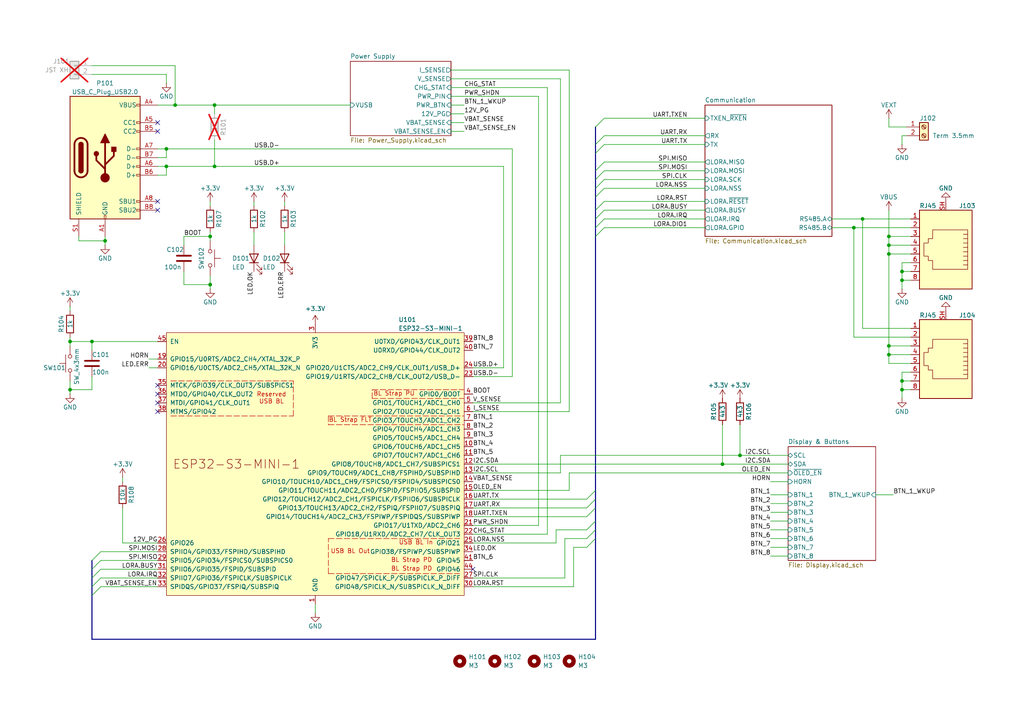
<source format=kicad_sch>
(kicad_sch (version 20231120) (generator "eeschema") (generator_version "8.0")
  (paper "A4")
  (title_block (title "Open Shot Clock - Controller") (date "2025-04-11") (rev "01") (company "Ravenspark") (comment 1 "Prototype"))
  (lib_symbols
    (symbol "Connector:RJ45_Shielded" (pin_names (offset 1.016))
      (property "Reference" "J" (at -5.08 13.97 0))
      (property "Value" "RJ45_Shielded" (at 2.54 13.97 0))
      (symbol "RJ45_Shielded_0_1"
        (polyline (pts (xy -5.08 4.445) (xy -6.35 4.445)))
        (polyline (pts (xy -5.08 5.715) (xy -6.35 5.715)))
        (polyline (pts (xy -6.35 -3.175) (xy -5.08 -3.175) (xy -5.08 -3.175)))
        (polyline (pts (xy -6.35 -1.905) (xy -5.08 -1.905) (xy -5.08 -1.905)))
        (polyline (pts (xy -6.35 -0.635) (xy -5.08 -0.635) (xy -5.08 -0.635)))
        (polyline (pts (xy -6.35 0.635) (xy -5.08 0.635) (xy -5.08 0.635)))
        (polyline (pts (xy -6.35 1.905) (xy -5.08 1.905) (xy -5.08 1.905)))
        (polyline (pts (xy -5.08 3.175) (xy -6.35 3.175) (xy -6.35 3.175)))
        (polyline (pts (xy -6.35 -4.445) (xy -6.35 6.985) (xy 3.81 6.985) (xy 3.81 4.445) (xy 5.08 4.445) (xy 5.08 3.175) (xy 6.35 3.175) (xy 6.35 -0.635) (xy 5.08 -0.635) (xy 5.08 -1.905) (xy 3.81 -1.905) (xy 3.81 -4.445) (xy -6.35 -4.445) (xy -6.35 -4.445)))
        (rectangle (start 7.62 12.7) (end -7.62 -10.16) (stroke (width 0.254)) (fill (type background)))
      )
      (symbol "RJ45_Shielded_1_1"
        (pin passive line (at 10.16 -7.62 180) (length 2.54) (name "~") (number "1"))
        (pin passive line (at 10.16 -5.08 180) (length 2.54) (name "~") (number "2"))
        (pin passive line (at 10.16 -2.54 180) (length 2.54) (name "~") (number "3"))
        (pin passive line (at 10.16 0 180) (length 2.54) (name "~") (number "4"))
        (pin passive line (at 10.16 2.54 180) (length 2.54) (name "~") (number "5"))
        (pin passive line (at 10.16 5.08 180) (length 2.54) (name "~") (number "6"))
        (pin passive line (at 10.16 7.62 180) (length 2.54) (name "~") (number "7"))
        (pin passive line (at 10.16 10.16 180) (length 2.54) (name "~") (number "8"))
        (pin passive line (at 0 -12.7 90) (length 2.54) (name "~") (number "SH"))
      )
    )
    (symbol "Connector:Screw_Terminal_01x02" (pin_names (offset 1.016) hide)
      (property "Reference" "J" (at 0 2.54 0))
      (property "Value" "Screw_Terminal_01x02" (at 0 -5.08 0))
      (symbol "Screw_Terminal_01x02_1_1"
        (rectangle (start -1.27 1.27) (end 1.27 -3.81) (stroke (width 0.254)) (fill (type background)))
        (circle (center 0 -2.54) (radius 0.635) (stroke (width 0.1524)))
        (polyline (pts (xy -0.5334 -2.2098) (xy 0.3302 -3.048)) (stroke (width 0.1524)))
        (polyline (pts (xy -0.5334 0.3302) (xy 0.3302 -0.508)) (stroke (width 0.1524)))
        (polyline (pts (xy -0.3556 -2.032) (xy 0.508 -2.8702)) (stroke (width 0.1524)))
        (polyline (pts (xy -0.3556 0.508) (xy 0.508 -0.3302)) (stroke (width 0.1524)))
        (circle (center 0 0) (radius 0.635) (stroke (width 0.1524)))
        (pin passive line (at -5.08 0 0) (length 3.81) (name "Pin_1") (number "1"))
        (pin passive line (at -5.08 -2.54 0) (length 3.81) (name "Pin_2") (number "2"))
      )
    )
    (symbol "Connector:USB_C_Receptacle_USB2.0_16P" (pin_names (offset 1.016))
      (property "Reference" "J" (at 0 22.225 0))
      (property "Value" "USB_C_Receptacle_USB2.0_16P" (at 0 19.685 0))
      (symbol "USB_C_Receptacle_USB2.0_16P_0_0"
        (rectangle (start -0.254 -17.78) (end 0.254 -16.764))
        (rectangle (start 10.16 -14.986) (end 9.144 -15.494))
        (rectangle (start 10.16 -12.446) (end 9.144 -12.954))
        (rectangle (start 10.16 -4.826) (end 9.144 -5.334))
        (rectangle (start 10.16 -2.286) (end 9.144 -2.794))
        (rectangle (start 10.16 0.254) (end 9.144 -0.254))
        (rectangle (start 10.16 2.794) (end 9.144 2.286))
        (rectangle (start 10.16 7.874) (end 9.144 7.366))
        (rectangle (start 10.16 10.414) (end 9.144 9.906))
        (rectangle (start 10.16 15.494) (end 9.144 14.986))
      )
      (symbol "USB_C_Receptacle_USB2.0_16P_0_1"
        (rectangle (start -10.16 17.78) (end 10.16 -17.78) (stroke (width 0.254)) (fill (type background)))
        (arc (start -8.89 -3.81) (mid -6.985 -5.7067) (end -5.08 -3.81) (stroke (width 0.508)))
        (arc (start -7.62 -3.81) (mid -6.985 -4.4423) (end -6.35 -3.81) (stroke (width 0.254)))
        (arc (start -7.62 -3.81) (mid -6.985 -4.4423) (end -6.35 -3.81) (stroke (width 0.254)) (fill (type outline)))
        (rectangle (start -7.62 -3.81) (end -6.35 3.81) (stroke (width 0.254)) (fill (type outline)))
        (arc (start -6.35 3.81) (mid -6.985 4.4423) (end -7.62 3.81) (stroke (width 0.254)))
        (arc (start -6.35 3.81) (mid -6.985 4.4423) (end -7.62 3.81) (stroke (width 0.254)) (fill (type outline)))
        (arc (start -5.08 3.81) (mid -6.985 5.7067) (end -8.89 3.81) (stroke (width 0.508)))
        (circle (center -2.54 1.143) (radius 0.635) (stroke (width 0.254)) (fill (type outline)))
        (circle (center 0 -5.842) (radius 1.27) (fill (type outline)))
        (polyline (pts (xy -8.89 -3.81) (xy -8.89 3.81)) (stroke (width 0.508)))
        (polyline (pts (xy -5.08 3.81) (xy -5.08 -3.81)) (stroke (width 0.508)))
        (polyline (pts (xy 0 -5.842) (xy 0 4.318)) (stroke (width 0.508)))
        (polyline (pts (xy 0 -3.302) (xy -2.54 -0.762) (xy -2.54 0.508)) (stroke (width 0.508)))
        (polyline (pts (xy 0 -2.032) (xy 2.54 0.508) (xy 2.54 1.778)) (stroke (width 0.508)))
        (polyline (pts (xy -1.27 4.318) (xy 0 6.858) (xy 1.27 4.318) (xy -1.27 4.318)) (stroke (width 0.254)) (fill (type outline)))
        (rectangle (start 1.905 1.778) (end 3.175 3.048) (stroke (width 0.254)) (fill (type outline)))
      )
      (symbol "USB_C_Receptacle_USB2.0_16P_1_1"
        (pin passive line (at 0 -22.86 90) (length 5.08) (name "GND") (number "A1"))
        (pin passive line (at 0 -22.86 90) (length 5.08) hide (name "GND") (number "A12"))
        (pin passive line (at 15.24 15.24 180) (length 5.08) (name "VBUS") (number "A4"))
        (pin bidirectional line (at 15.24 10.16 180) (length 5.08) (name "CC1") (number "A5"))
        (pin bidirectional line (at 15.24 -2.54 180) (length 5.08) (name "D+") (number "A6"))
        (pin bidirectional line (at 15.24 2.54 180) (length 5.08) (name "D-") (number "A7"))
        (pin bidirectional line (at 15.24 -12.7 180) (length 5.08) (name "SBU1") (number "A8"))
        (pin passive line (at 15.24 15.24 180) (length 5.08) hide (name "VBUS") (number "A9"))
        (pin passive line (at 0 -22.86 90) (length 5.08) hide (name "GND") (number "B1"))
        (pin passive line (at 0 -22.86 90) (length 5.08) hide (name "GND") (number "B12"))
        (pin passive line (at 15.24 15.24 180) (length 5.08) hide (name "VBUS") (number "B4"))
        (pin bidirectional line (at 15.24 7.62 180) (length 5.08) (name "CC2") (number "B5"))
        (pin bidirectional line (at 15.24 -5.08 180) (length 5.08) (name "D+") (number "B6"))
        (pin bidirectional line (at 15.24 0 180) (length 5.08) (name "D-") (number "B7"))
        (pin bidirectional line (at 15.24 -15.24 180) (length 5.08) (name "SBU2") (number "B8"))
        (pin passive line (at 15.24 15.24 180) (length 5.08) hide (name "VBUS") (number "B9"))
        (pin passive line (at -7.62 -22.86 90) (length 5.08) (name "SHIELD") (number "S1"))
      )
    )
    (symbol "Connector_Generic:Conn_01x02" (pin_names (offset 1.016) hide)
      (property "Reference" "J" (at 0 2.54 0))
      (property "Value" "Conn_01x02" (at 0 -5.08 0))
      (symbol "Conn_01x02_1_1"
        (rectangle (start -1.27 -2.413) (end 0 -2.667) (stroke (width 0.1524)))
        (rectangle (start -1.27 0.127) (end 0 -0.127) (stroke (width 0.1524)))
        (rectangle (start -1.27 1.27) (end 1.27 -3.81) (stroke (width 0.254)) (fill (type background)))
        (pin passive line (at -5.08 0 0) (length 3.81) (name "Pin_1") (number "1"))
        (pin passive line (at -5.08 -2.54 0) (length 3.81) (name "Pin_2") (number "2"))
      )
    )
    (symbol "Device:C" (pin_numbers hide) (pin_names (offset 0.254))
      (property "Reference" "C" (at 0.635 2.54 0))
      (property "Value" "C" (at 0.635 -2.54 0))
      (symbol "C_0_1"
        (polyline (pts (xy -2.032 -0.762) (xy 2.032 -0.762)) (stroke (width 0.508)))
        (polyline (pts (xy -2.032 0.762) (xy 2.032 0.762)) (stroke (width 0.508)))
      )
      (symbol "C_1_1"
        (pin passive line (at 0 3.81 270) (length 2.794) (name "~") (number "1"))
        (pin passive line (at 0 -3.81 90) (length 2.794) (name "~") (number "2"))
      )
    )
    (symbol "Device:LED" (pin_numbers hide) (pin_names (offset 1.016) hide)
      (property "Reference" "D" (at 0 2.54 0))
      (property "Value" "LED" (at 0 -2.54 0))
      (symbol "LED_0_1"
        (polyline (pts (xy -1.27 -1.27) (xy -1.27 1.27)) (stroke (width 0.254)))
        (polyline (pts (xy -1.27 0) (xy 1.27 0)))
        (polyline (pts (xy 1.27 -1.27) (xy 1.27 1.27) (xy -1.27 0) (xy 1.27 -1.27)) (stroke (width 0.254)))
        (polyline (pts (xy -3.048 -0.762) (xy -4.572 -2.286) (xy -3.81 -2.286) (xy -4.572 -2.286) (xy -4.572 -1.524)))
        (polyline (pts (xy -1.778 -0.762) (xy -3.302 -2.286) (xy -2.54 -2.286) (xy -3.302 -2.286) (xy -3.302 -1.524)))
      )
      (symbol "LED_1_1"
        (pin passive line (at -3.81 0 0) (length 2.54) (name "K") (number "1"))
        (pin passive line (at 3.81 0 180) (length 2.54) (name "A") (number "2"))
      )
    )
    (symbol "Device:R" (pin_numbers hide) (pin_names (offset 0))
      (property "Reference" "R" (at 2.032 0 90))
      (property "Value" "R" (at 0 0 90))
      (symbol "R_0_1"
        (rectangle (start -1.016 -2.54) (end 1.016 2.54) (stroke (width 0.254)))
      )
      (symbol "R_1_1"
        (pin passive line (at 0 3.81 270) (length 1.27) (name "~") (number "1"))
        (pin passive line (at 0 -3.81 90) (length 1.27) (name "~") (number "2"))
      )
    )
    (symbol "Espressif:ESP32-S3-MINI-1" (pin_names (offset 1.016))
      (property "Reference" "U" (at -43.18 43.18 0))
      (property "Value" "ESP32-S3-MINI-1" (at -43.18 40.64 0))
      (symbol "ESP32-S3-MINI-1_0_0"
        (text "ESP32-S3-MINI-1" (at -22.86 0 0) (effects (font (size 2.54 2.54))))
        (pin power_in line (at 0 -40.64 90) (length 2.54) (name "GND") (number "1"))
        (pin bidirectional line (at 45.72 5.08 180) (length 2.54) (name "GPIO6/TOUCH6/ADC1_CH5") (number "10"))
        (pin bidirectional line (at 45.72 2.54 180) (length 2.54) (name "GPIO7/TOUCH7/ADC1_CH6") (number "11"))
        (pin bidirectional line (at 45.72 0 180) (length 2.54) (name "GPIO8/TOUCH8/ADC1_CH7/SUBSPICS1") (number "12"))
        (pin bidirectional line (at 45.72 -2.54 180) (length 2.54) (name "GPIO9/TOUCH9/ADC1_CH8/FSPIHD/SUBSPIHD") (number "13"))
        (pin bidirectional line (at 45.72 -5.08 180) (length 2.54) (name "GPIO10/TOUCH10/ADC1_CH9/FSPICS0/FSPIIO4/SUBSPICS0") (number "14"))
        (pin bidirectional line (at 45.72 -7.62 180) (length 2.54) (name "GPIO11/TOUCH11/ADC2_CH0/FSPID/FSPIIO5/SUBSPID") (number "15"))
        (pin bidirectional line (at 45.72 -10.16 180) (length 2.54) (name "GPIO12/TOUCH12/ADC2_CH1/FSPICLK/FSPIIO6/SUBSPICLK") (number "16"))
        (pin bidirectional line (at 45.72 -12.7 180) (length 2.54) (name "GPIO13/TOUCH13/ADC2_CH2/FSPIQ/FSPIIO7/SUBSPIQ") (number "17"))
        (pin bidirectional line (at 45.72 -15.24 180) (length 2.54) (name "GPIO14/TOUCH14/ADC2_CH3/FSPIWP/FSPIDQS/SUBSPIWP") (number "18"))
        (pin bidirectional line (at -45.72 30.48 0) (length 2.54) (name "GPIO15/U0RTS/ADC2_CH4/XTAL_32K_P") (number "19"))
        (pin passive line (at 0 -40.64 90) (length 2.54) hide (name "GND") (number "2"))
        (pin bidirectional line (at -45.72 27.94 0) (length 2.54) (name "GPIO16/U0CTS/ADC2_CH5/XTAL_32K_N") (number "20"))
        (pin bidirectional line (at 45.72 -17.78 180) (length 2.54) (name "GPIO17/U1TXD/ADC2_CH6") (number "21"))
        (pin bidirectional line (at 45.72 -20.32 180) (length 2.54) (name "GPIO18/U1RXD/ADC2_CH7/CLK_OUT3") (number "22"))
        (pin bidirectional line (at 45.72 25.4 180) (length 2.54) (name "GPIO19/U1RTS/ADC2_CH8/CLK_OUT2/USB_D-") (number "23"))
        (pin bidirectional line (at 45.72 27.94 180) (length 2.54) (name "GPIO20/U1CTS/ADC2_CH9/CLK_OUT1/USB_D+") (number "24"))
        (pin bidirectional line (at 45.72 -22.86 180) (length 2.54) (name "GPIO21") (number "25"))
        (pin bidirectional line (at -45.72 -22.86 0) (length 2.54) (name "GPIO26") (number "26"))
        (pin bidirectional line (at 45.72 -33.02 180) (length 2.54) (name "GPIO47/SPICLK_P/SUBSPICLK_P_DIFF") (number "27"))
        (pin bidirectional line (at -45.72 -25.4 0) (length 2.54) (name "SPIIO4/GPIO33/FSPIHD/SUBSPIHD") (number "28"))
        (pin bidirectional line (at -45.72 -27.94 0) (length 2.54) (name "SPIIO5/GPIO34/FSPICS0/SUBSPICS0") (number "29"))
        (pin power_in line (at 0 40.64 270) (length 2.54) (name "3V3") (number "3"))
        (pin bidirectional line (at 45.72 -35.56 180) (length 2.54) (name "GPIO48/SPICLK_N/SUBSPICLK_N_DIFF") (number "30"))
        (pin bidirectional line (at -45.72 -30.48 0) (length 2.54) (name "SPIIO6/GPIO35/FSPID/SUBSPID") (number "31"))
        (pin bidirectional line (at -45.72 -33.02 0) (length 2.54) (name "SPIIO7/GPIO36/FSPICLK/SUBSPICLK") (number "32"))
        (pin bidirectional line (at -45.72 -35.56 0) (length 2.54) (name "SPIDQS/GPIO37/FSPIQ/SUBSPIQ") (number "33"))
        (pin bidirectional line (at 45.72 -25.4 180) (length 2.54) (name "GPIO38/FSPIWP/SUBSPIWP") (number "34"))
        (pin bidirectional line (at -45.72 22.86 0) (length 2.54) (name "MTCK/GPIO39/CLK_OUT3/SUBSPICS1") (number "35"))
        (pin bidirectional line (at -45.72 20.32 0) (length 2.54) (name "MTDO/GPIO40/CLK_OUT2") (number "36"))
        (pin bidirectional line (at -45.72 17.78 0) (length 2.54) (name "MTDI/GPIO41/CLK_OUT1") (number "37"))
        (pin bidirectional line (at -45.72 15.24 0) (length 2.54) (name "MTMS/GPIO42") (number "38"))
        (pin bidirectional line (at 45.72 35.56 180) (length 2.54) (name "U0TXD/GPIO43/CLK_OUT1") (number "39"))
        (pin bidirectional line (at 45.72 20.32 180) (length 2.54) (name "GPIO0/BOOT") (number "4"))
        (pin bidirectional line (at 45.72 33.02 180) (length 2.54) (name "U0RXD/GPIO44/CLK_OUT2") (number "40"))
        (pin bidirectional line (at 45.72 -27.94 180) (length 2.54) (name "GPIO45") (number "41"))
        (pin passive line (at 0 -40.64 90) (length 2.54) hide (name "GND") (number "42"))
        (pin passive line (at 0 -40.64 90) (length 2.54) hide (name "GND") (number "43"))
        (pin bidirectional line (at 45.72 -30.48 180) (length 2.54) (name "GPIO46") (number "44"))
        (pin input line (at -45.72 35.56 0) (length 2.54) (name "EN") (number "45"))
        (pin passive line (at 0 -40.64 90) (length 2.54) hide (name "GND") (number "46"))
        (pin passive line (at 0 -40.64 90) (length 2.54) hide (name "GND") (number "47"))
        (pin passive line (at 0 -40.64 90) (length 2.54) hide (name "GND") (number "48"))
        (pin passive line (at 0 -40.64 90) (length 2.54) hide (name "GND") (number "49"))
        (pin bidirectional line (at 45.72 17.78 180) (length 2.54) (name "GPIO1/TOUCH1/ADC1_CH0") (number "5"))
        (pin passive line (at 0 -40.64 90) (length 2.54) hide (name "GND") (number "50"))
        (pin passive line (at 0 -40.64 90) (length 2.54) hide (name "GND") (number "51"))
        (pin passive line (at 0 -40.64 90) (length 2.54) hide (name "GND") (number "52"))
        (pin passive line (at 0 -40.64 90) (length 2.54) hide (name "GND") (number "53"))
        (pin passive line (at 0 -40.64 90) (length 2.54) hide (name "GND") (number "54"))
        (pin passive line (at 0 -40.64 90) (length 2.54) hide (name "GND") (number "55"))
        (pin passive line (at 0 -40.64 90) (length 2.54) hide (name "GND") (number "56"))
        (pin passive line (at 0 -40.64 90) (length 2.54) hide (name "GND") (number "57"))
        (pin passive line (at 0 -40.64 90) (length 2.54) hide (name "GND") (number "58"))
        (pin passive line (at 0 -40.64 90) (length 2.54) hide (name "GND") (number "59"))
        (pin bidirectional line (at 45.72 15.24 180) (length 2.54) (name "GPIO2/TOUCH2/ADC1_CH1") (number "6"))
        (pin passive line (at 0 -40.64 90) (length 2.54) hide (name "GND") (number "60"))
        (pin passive line (at 0 -40.64 90) (length 2.54) hide (name "GND") (number "61"))
        (pin passive line (at 0 -40.64 90) (length 2.54) hide (name "GND") (number "62"))
        (pin passive line (at 0 -40.64 90) (length 2.54) hide (name "GND") (number "63"))
        (pin passive line (at 0 -40.64 90) (length 2.54) hide (name "GND") (number "64"))
        (pin passive line (at 0 -40.64 90) (length 2.54) hide (name "GND") (number "65"))
        (pin bidirectional line (at 45.72 12.7 180) (length 2.54) (name "GPIO3/TOUCH3/ADC1_CH2") (number "7"))
        (pin bidirectional line (at 45.72 10.16 180) (length 2.54) (name "GPIO4/TOUCH4/ADC1_CH3") (number "8"))
        (pin bidirectional line (at 45.72 7.62 180) (length 2.54) (name "GPIO5/TOUCH5/ADC1_CH4") (number "9"))
      )
      (symbol "ESP32-S3-MINI-1_0_1"
        (rectangle (start -43.18 38.1) (end 43.18 -38.1) (fill (type background)))
      )
    )
    (symbol "Mechanical:MountingHole" (pin_names (offset 1.016)) (exclude_from_sim yes) (in_bom no)
      (property "Reference" "H" (at 0 5.08 0))
      (property "Value" "MountingHole" (at 0 3.175 0))
      (symbol "MountingHole_0_1"
        (circle (center 0 0) (radius 1.27) (stroke (width 1.27)))
      )
    )
    (symbol "Switch:SW_Push" (pin_numbers hide) (pin_names (offset 1.016) hide)
      (property "Reference" "SW" (at 1.27 2.54 0))
      (property "Value" "SW_Push" (at 0 -1.524 0))
      (symbol "SW_Push_0_1"
        (circle (center -2.032 0) (radius 0.508))
        (polyline (pts (xy 0 1.27) (xy 0 3.048)))
        (polyline (pts (xy 2.54 1.27) (xy -2.54 1.27)))
        (circle (center 2.032 0) (radius 0.508))
        (pin passive line (at -5.08 0 0) (length 2.54) (name "1") (number "1"))
        (pin passive line (at 5.08 0 180) (length 2.54) (name "2") (number "2"))
      )
    )
    (symbol "power:+3.3V" (power) (pin_numbers hide) (pin_names (offset 0) hide)
      (property "Value" "+3.3V" (at 0 3.556 0))
      (symbol "+3.3V_0_1"
        (polyline (pts (xy -0.762 1.27) (xy 0 2.54)))
        (polyline (pts (xy 0 0) (xy 0 2.54)))
        (polyline (pts (xy 0 2.54) (xy 0.762 1.27)))
      )
      (symbol "+3.3V_1_1"
        (pin power_in line (at 0 0 90) (length 0) (name "~") (number "1"))
      )
    )
    (symbol "power:GND" (power) (pin_numbers hide) (pin_names (offset 0) hide)
      (property "Value" "GND" (at 0 -3.81 0))
      (symbol "GND_0_1"
        (polyline (pts (xy 0 0) (xy 0 -1.27) (xy 1.27 -1.27) (xy 0 -2.54) (xy -1.27 -1.27) (xy 0 -1.27)))
      )
      (symbol "GND_1_1"
        (pin power_in line (at 0 0 270) (length 0) (name "~") (number "1"))
      )
    )
    (symbol "power:VBUS" (power) (pin_numbers hide) (pin_names (offset 0) hide)
      (property "Value" "VBUS" (at 0 3.556 0))
      (symbol "VBUS_0_1"
        (polyline (pts (xy -0.762 1.27) (xy 0 2.54)))
        (polyline (pts (xy 0 0) (xy 0 2.54)))
        (polyline (pts (xy 0 2.54) (xy 0.762 1.27)))
      )
      (symbol "VBUS_1_1"
        (pin power_in line (at 0 0 90) (length 0) (name "~") (number "1"))
      )
    )
  )
  (junction (at 30.48 69.85))
  (junction (at 261.62 81.28))
  (junction (at 257.81 68.58))
  (junction (at 209.55 134.62))
  (junction (at 26.67 99.06))
  (junction (at 247.65 66.04))
  (junction (at 261.62 110.49))
  (junction (at 20.32 113.03))
  (junction (at 257.81 71.12))
  (junction (at 62.23 30.48))
  (junction (at 62.23 48.26))
  (junction (at 60.96 82.55))
  (junction (at 257.81 73.66))
  (junction (at 20.32 99.06))
  (junction (at 60.96 68.58))
  (junction (at 250.19 63.5))
  (junction (at 50.8 30.48))
  (junction (at 48.26 43.18))
  (junction (at 261.62 113.03))
  (junction (at 214.63 132.08))
  (junction (at 261.62 78.74))
  (junction (at 257.81 102.87))
  (junction (at 257.81 100.33))
  (junction (at 48.26 48.26))
  (no_connect (at 45.72 60.96))
  (no_connect (at 45.72 111.76))
  (no_connect (at 45.72 114.3))
  (no_connect (at 137.16 165.1))
  (no_connect (at 45.72 35.56))
  (no_connect (at 45.72 119.38))
  (no_connect (at 45.72 38.1))
  (no_connect (at 45.72 116.84))
  (no_connect (at 45.72 58.42))
  (bus_entry (at 26.67 162.56) (size 2.54 -2.54))
  (bus_entry (at 26.67 165.1) (size 2.54 -2.54))
  (bus_entry (at 172.72 49.53) (size 2.54 -2.54))
  (bus_entry (at 172.72 54.61) (size 2.54 -2.54))
  (bus_entry (at 172.72 142.24) (size -2.54 2.54))
  (bus_entry (at 172.72 153.67) (size -2.54 2.54))
  (bus_entry (at 172.72 52.07) (size 2.54 -2.54))
  (bus_entry (at 172.72 156.21) (size -2.54 2.54))
  (bus_entry (at 172.72 44.45) (size 2.54 -2.54))
  (bus_entry (at 172.72 57.15) (size 2.54 -2.54))
  (bus_entry (at 26.67 172.72) (size 2.54 -2.54))
  (bus_entry (at 172.72 36.83) (size 2.54 -2.54))
  (bus_entry (at 172.72 60.96) (size 2.54 -2.54))
  (bus_entry (at 172.72 63.5) (size 2.54 -2.54))
  (bus_entry (at 172.72 41.91) (size 2.54 -2.54))
  (bus_entry (at 172.72 68.58) (size 2.54 -2.54))
  (bus_entry (at 172.72 144.78) (size -2.54 2.54))
  (bus_entry (at 172.72 66.04) (size 2.54 -2.54))
  (bus_entry (at 26.67 170.18) (size 2.54 -2.54))
  (bus_entry (at 172.72 151.13) (size -2.54 2.54))
  (bus_entry (at 26.67 167.64) (size 2.54 -2.54))
  (bus_entry (at 172.72 147.32) (size -2.54 2.54))
  (wire (pts (xy 43.18 104.14) (xy 45.72 104.14)))
  (wire (pts (xy 175.26 34.29) (xy 204.47 34.29)))
  (wire (pts (xy 264.16 107.95) (xy 261.62 107.95)))
  (polyline (pts (xy 49.53 110.49) (xy 85.09 110.49)) (stroke (width 0) (type dash) (color 194 0 0 1)))
  (wire (pts (xy 53.34 71.12) (xy 53.34 68.58)))
  (bus (pts (xy 26.67 165.1) (xy 26.67 167.64)))
  (wire (pts (xy 223.52 143.51) (xy 228.6 143.51)))
  (wire (pts (xy 257.81 68.58) (xy 257.81 71.12)))
  (wire (pts (xy 254 143.51) (xy 259.08 143.51)))
  (wire (pts (xy 137.16 134.62) (xy 209.55 134.62)))
  (wire (pts (xy 130.81 35.56) (xy 134.62 35.56)))
  (wire (pts (xy 166.37 170.18) (xy 166.37 158.75)))
  (wire (pts (xy 261.62 76.2) (xy 261.62 78.74)))
  (wire (pts (xy 162.56 22.86) (xy 162.56 116.84)))
  (wire (pts (xy 48.26 48.26) (xy 48.26 50.8)))
  (polyline (pts (xy 95.25 120.65) (xy 134.62 120.65)) (stroke (width 0) (type dash) (color 194 0 0 1)))
  (polyline (pts (xy 95.25 120.65) (xy 95.25 123.19)) (stroke (width 0) (type dash) (color 194 0 0 1)))
  (bus (pts (xy 172.72 142.24) (xy 172.72 144.78)))
  (wire (pts (xy 241.3 63.5) (xy 250.19 63.5)))
  (wire (pts (xy 163.83 167.64) (xy 137.16 167.64)))
  (wire (pts (xy 250.19 63.5) (xy 264.16 63.5)))
  (wire (pts (xy 250.19 63.5) (xy 250.19 95.25)))
  (wire (pts (xy 137.16 147.32) (xy 170.18 147.32)))
  (wire (pts (xy 45.72 43.18) (xy 48.26 43.18)))
  (wire (pts (xy 53.34 82.55) (xy 60.96 82.55)))
  (wire (pts (xy 261.62 39.37) (xy 261.62 41.91)))
  (wire (pts (xy 137.16 152.4) (xy 156.21 152.4)))
  (wire (pts (xy 257.81 102.87) (xy 257.81 105.41)))
  (wire (pts (xy 60.96 80.01) (xy 60.96 82.55)))
  (wire (pts (xy 48.26 43.18) (xy 148.59 43.18)))
  (wire (pts (xy 223.52 146.05) (xy 228.6 146.05)))
  (wire (pts (xy 29.21 162.56) (xy 45.72 162.56)))
  (bus (pts (xy 26.67 162.56) (xy 26.67 165.1)))
  (wire (pts (xy 257.81 102.87) (xy 264.16 102.87)))
  (wire (pts (xy 35.56 157.48) (xy 45.72 157.48)))
  (wire (pts (xy 223.52 151.13) (xy 228.6 151.13)))
  (wire (pts (xy 209.55 123.19) (xy 209.55 134.62)))
  (wire (pts (xy 20.32 99.06) (xy 26.67 99.06)))
  (wire (pts (xy 146.05 106.68) (xy 137.16 106.68)))
  (wire (pts (xy 148.59 109.22) (xy 137.16 109.22)))
  (wire (pts (xy 20.32 113.03) (xy 20.32 114.3)))
  (wire (pts (xy 223.52 139.7) (xy 228.6 139.7)))
  (wire (pts (xy 175.26 66.04) (xy 204.47 66.04)))
  (wire (pts (xy 35.56 138.43) (xy 35.56 139.7)))
  (wire (pts (xy 158.75 25.4) (xy 158.75 154.94)))
  (polyline (pts (xy 107.95 115.57) (xy 107.95 113.03)) (stroke (width 0) (type dash) (color 194 0 0 1)))
  (wire (pts (xy 175.26 58.42) (xy 204.47 58.42)))
  (wire (pts (xy 261.62 81.28) (xy 261.62 83.82)))
  (wire (pts (xy 60.96 82.55) (xy 60.96 83.82)))
  (bus (pts (xy 172.72 52.07) (xy 172.72 54.61)))
  (bus (pts (xy 172.72 44.45) (xy 172.72 49.53)))
  (wire (pts (xy 82.55 71.12) (xy 82.55 67.31)))
  (wire (pts (xy 137.16 119.38) (xy 165.1 119.38)))
  (bus (pts (xy 172.72 68.58) (xy 172.72 142.24)))
  (wire (pts (xy 22.86 68.58) (xy 22.86 69.85)))
  (wire (pts (xy 137.16 157.48) (xy 161.29 157.48)))
  (wire (pts (xy 214.63 123.19) (xy 214.63 132.08)))
  (wire (pts (xy 209.55 134.62) (xy 228.6 134.62)))
  (wire (pts (xy 53.34 68.58) (xy 60.96 68.58)))
  (wire (pts (xy 264.16 78.74) (xy 261.62 78.74)))
  (bus (pts (xy 172.72 144.78) (xy 172.72 147.32)))
  (wire (pts (xy 45.72 50.8) (xy 48.26 50.8)))
  (polyline (pts (xy 95.25 156.21) (xy 133.35 156.21)) (stroke (width 0) (type dash) (color 194 0 0 1)))
  (wire (pts (xy 60.96 68.58) (xy 60.96 69.85)))
  (wire (pts (xy 22.86 69.85) (xy 30.48 69.85)))
  (wire (pts (xy 48.26 48.26) (xy 62.23 48.26)))
  (bus (pts (xy 172.72 36.83) (xy 172.72 41.91)))
  (wire (pts (xy 247.65 97.79) (xy 264.16 97.79)))
  (wire (pts (xy 162.56 137.16) (xy 162.56 132.08)))
  (polyline (pts (xy 107.95 115.57) (xy 134.62 115.57)) (stroke (width 0) (type dash) (color 194 0 0 1)))
  (wire (pts (xy 223.52 158.75) (xy 228.6 158.75)))
  (wire (pts (xy 62.23 30.48) (xy 101.6 30.48)))
  (polyline (pts (xy 107.95 113.03) (xy 134.62 113.03)) (stroke (width 0) (type dash) (color 194 0 0 1)))
  (wire (pts (xy 26.67 109.22) (xy 26.67 113.03)))
  (polyline (pts (xy 95.25 166.37) (xy 95.25 156.21)) (stroke (width 0) (type dash) (color 194 0 0 1)))
  (wire (pts (xy 214.63 132.08) (xy 228.6 132.08)))
  (wire (pts (xy 257.81 100.33) (xy 264.16 100.33)))
  (wire (pts (xy 26.67 113.03) (xy 20.32 113.03)))
  (wire (pts (xy 45.72 48.26) (xy 48.26 48.26)))
  (wire (pts (xy 137.16 154.94) (xy 158.75 154.94)))
  (wire (pts (xy 137.16 149.86) (xy 170.18 149.86)))
  (bus (pts (xy 172.72 54.61) (xy 172.72 57.15)))
  (bus (pts (xy 172.72 153.67) (xy 172.72 156.21)))
  (wire (pts (xy 264.16 73.66) (xy 257.81 73.66)))
  (wire (pts (xy 156.21 152.4) (xy 156.21 27.94)))
  (wire (pts (xy 257.81 34.29) (xy 257.81 36.83)))
  (wire (pts (xy 73.66 71.12) (xy 73.66 67.31)))
  (wire (pts (xy 162.56 132.08) (xy 214.63 132.08)))
  (wire (pts (xy 130.81 20.32) (xy 165.1 20.32)))
  (wire (pts (xy 162.56 116.84) (xy 137.16 116.84)))
  (polyline (pts (xy 95.25 123.19) (xy 134.62 123.19)) (stroke (width 0) (type dash) (color 194 0 0 1)))
  (wire (pts (xy 264.16 105.41) (xy 257.81 105.41)))
  (wire (pts (xy 29.21 160.02) (xy 45.72 160.02)))
  (wire (pts (xy 175.26 60.96) (xy 204.47 60.96)))
  (bus (pts (xy 26.67 167.64) (xy 26.67 170.18)))
  (wire (pts (xy 73.66 59.69) (xy 73.66 58.42)))
  (wire (pts (xy 48.26 43.18) (xy 48.26 45.72)))
  (wire (pts (xy 60.96 58.42) (xy 60.96 59.69)))
  (wire (pts (xy 62.23 48.26) (xy 146.05 48.26)))
  (wire (pts (xy 29.21 165.1) (xy 45.72 165.1)))
  (wire (pts (xy 161.29 157.48) (xy 161.29 153.67)))
  (wire (pts (xy 261.62 113.03) (xy 264.16 113.03)))
  (wire (pts (xy 146.05 48.26) (xy 146.05 106.68)))
  (wire (pts (xy 257.81 71.12) (xy 257.81 73.66)))
  (wire (pts (xy 20.32 97.79) (xy 20.32 99.06)))
  (wire (pts (xy 60.96 67.31) (xy 60.96 68.58)))
  (wire (pts (xy 170.18 156.21) (xy 163.83 156.21)))
  (bus (pts (xy 26.67 170.18) (xy 26.67 172.72)))
  (wire (pts (xy 29.21 170.18) (xy 45.72 170.18)))
  (wire (pts (xy 91.44 175.26) (xy 91.44 177.8)))
  (wire (pts (xy 165.1 142.24) (xy 165.1 137.16)))
  (wire (pts (xy 175.26 39.37) (xy 204.47 39.37)))
  (wire (pts (xy 262.89 39.37) (xy 261.62 39.37)))
  (wire (pts (xy 20.32 99.06) (xy 20.32 100.33)))
  (wire (pts (xy 130.81 22.86) (xy 162.56 22.86)))
  (wire (pts (xy 175.26 46.99) (xy 204.47 46.99)))
  (wire (pts (xy 175.26 63.5) (xy 204.47 63.5)))
  (wire (pts (xy 264.16 76.2) (xy 261.62 76.2)))
  (wire (pts (xy 148.59 43.18) (xy 148.59 109.22)))
  (wire (pts (xy 223.52 156.21) (xy 228.6 156.21)))
  (wire (pts (xy 137.16 144.78) (xy 170.18 144.78)))
  (wire (pts (xy 175.26 54.61) (xy 204.47 54.61)))
  (wire (pts (xy 247.65 66.04) (xy 264.16 66.04)))
  (wire (pts (xy 45.72 30.48) (xy 50.8 30.48)))
  (bus (pts (xy 26.67 172.72) (xy 26.67 185.42)))
  (wire (pts (xy 134.62 38.1) (xy 130.81 38.1)))
  (wire (pts (xy 30.48 68.58) (xy 30.48 69.85)))
  (bus (pts (xy 172.72 49.53) (xy 172.72 52.07)))
  (wire (pts (xy 257.81 36.83) (xy 262.89 36.83)))
  (wire (pts (xy 20.32 113.03) (xy 20.32 110.49)))
  (wire (pts (xy 20.32 88.9) (xy 20.32 90.17)))
  (bus (pts (xy 172.72 156.21) (xy 172.72 185.42)))
  (wire (pts (xy 29.21 167.64) (xy 45.72 167.64)))
  (wire (pts (xy 26.67 19.05) (xy 50.8 19.05)))
  (wire (pts (xy 161.29 153.67) (xy 170.18 153.67)))
  (wire (pts (xy 250.19 95.25) (xy 264.16 95.25)))
  (wire (pts (xy 26.67 21.59) (xy 48.26 21.59)))
  (wire (pts (xy 257.81 68.58) (xy 264.16 68.58)))
  (wire (pts (xy 165.1 137.16) (xy 228.6 137.16)))
  (wire (pts (xy 223.52 161.29) (xy 228.6 161.29)))
  (wire (pts (xy 50.8 30.48) (xy 62.23 30.48)))
  (wire (pts (xy 137.16 137.16) (xy 162.56 137.16)))
  (wire (pts (xy 62.23 48.26) (xy 62.23 40.64)))
  (wire (pts (xy 82.55 59.69) (xy 82.55 58.42)))
  (wire (pts (xy 223.52 148.59) (xy 228.6 148.59)))
  (bus (pts (xy 172.72 57.15) (xy 172.72 60.96)))
  (wire (pts (xy 165.1 119.38) (xy 165.1 20.32)))
  (bus (pts (xy 172.72 185.42) (xy 26.67 185.42)))
  (wire (pts (xy 48.26 21.59) (xy 48.26 24.13)))
  (wire (pts (xy 223.52 153.67) (xy 228.6 153.67)))
  (wire (pts (xy 43.18 106.68) (xy 45.72 106.68)))
  (wire (pts (xy 130.81 33.02) (xy 134.62 33.02)))
  (wire (pts (xy 247.65 66.04) (xy 247.65 97.79)))
  (wire (pts (xy 50.8 19.05) (xy 50.8 30.48)))
  (wire (pts (xy 257.81 100.33) (xy 257.81 102.87)))
  (wire (pts (xy 30.48 69.85) (xy 30.48 71.12)))
  (wire (pts (xy 257.81 60.96) (xy 257.81 68.58)))
  (polyline (pts (xy 85.09 120.65) (xy 85.09 110.49)) (stroke (width 0) (type dash) (color 194 0 0 1)))
  (wire (pts (xy 130.81 27.94) (xy 156.21 27.94)))
  (bus (pts (xy 172.72 147.32) (xy 172.72 151.13)))
  (polyline (pts (xy 49.53 120.65) (xy 85.09 120.65)) (stroke (width 0) (type dash) (color 194 0 0 1)))
  (wire (pts (xy 175.26 41.91) (xy 204.47 41.91)))
  (wire (pts (xy 261.62 81.28) (xy 264.16 81.28)))
  (wire (pts (xy 261.62 107.95) (xy 261.62 110.49)))
  (wire (pts (xy 261.62 110.49) (xy 261.62 113.03)))
  (wire (pts (xy 175.26 52.07) (xy 204.47 52.07)))
  (bus (pts (xy 172.72 66.04) (xy 172.72 68.58)))
  (bus (pts (xy 172.72 151.13) (xy 172.72 153.67)))
  (wire (pts (xy 53.34 78.74) (xy 53.34 82.55)))
  (wire (pts (xy 163.83 156.21) (xy 163.83 167.64)))
  (wire (pts (xy 130.81 30.48) (xy 134.62 30.48)))
  (wire (pts (xy 257.81 73.66) (xy 257.81 100.33)))
  (wire (pts (xy 26.67 99.06) (xy 26.67 101.6)))
  (wire (pts (xy 26.67 99.06) (xy 45.72 99.06)))
  (wire (pts (xy 175.26 49.53) (xy 204.47 49.53)))
  (wire (pts (xy 45.72 45.72) (xy 48.26 45.72)))
  (wire (pts (xy 261.62 113.03) (xy 261.62 115.57)))
  (wire (pts (xy 35.56 147.32) (xy 35.56 157.48)))
  (wire (pts (xy 130.81 25.4) (xy 158.75 25.4)))
  (wire (pts (xy 241.3 66.04) (xy 247.65 66.04)))
  (wire (pts (xy 166.37 158.75) (xy 170.18 158.75)))
  (wire (pts (xy 62.23 33.02) (xy 62.23 30.48)))
  (polyline (pts (xy 95.25 166.37) (xy 133.35 166.37)) (stroke (width 0) (type dash) (color 194 0 0 1)))
  (bus (pts (xy 172.72 41.91) (xy 172.72 44.45)))
  (wire (pts (xy 137.16 170.18) (xy 166.37 170.18)))
  (wire (pts (xy 257.81 71.12) (xy 264.16 71.12)))
  (wire (pts (xy 137.16 142.24) (xy 165.1 142.24)))
  (bus (pts (xy 172.72 63.5) (xy 172.72 66.04)))
  (wire (pts (xy 261.62 78.74) (xy 261.62 81.28)))
  (bus (pts (xy 172.72 60.96) (xy 172.72 63.5)))
  (wire (pts (xy 264.16 110.49) (xy 261.62 110.49)))
  (text "BL Strap PD" (at 119.38 165.1 0) (effects (font (size 1.27 1.27))))
  (text "BL Strap PD" (at 119.38 162.56 0) (effects (font (size 1.27 1.27))))
  (text "Reserved\nUSB BL" (at 78.74 115.57 0) (effects (font (size 1.27 1.27))))
  (text "BL Strap FLT" (at 101.6 121.92 0) (effects (font (size 1.27 1.27))))
  (text "USB BL In" (at 120.65 157.48 0) (effects (font (size 1.27 1.27))))
  (text "BL Strap PU" (at 114.3 114.3 0) (effects (font (size 1.27 1.27))))
  (text "USB BL Out" (at 101.6 160.02 0) (effects (font (size 1.27 1.27))))
  (label "USB.D-" (at 137.16 109.22 0))
  (label "OLED_EN" (at 223.52 137.16 180))
  (label "USB.D+" (at 137.16 106.68 0))
  (label "VBAT_SENSE" (at 137.16 139.7 0))
  (label "SPI.CLK" (at 137.16 167.64 0))
  (label "LORA.BUSY" (at 199.39 60.96 180))
  (label "BTN_4" (at 137.16 129.54 0))
  (label "VBAT_SENSE_EN" (at 134.62 38.1 0))
  (label "LED.OK" (at 73.66 78.74 270))
  (label "VBAT_SENSE" (at 134.62 35.56 0))
  (label "BTN_6" (at 137.16 162.56 0))
  (label "OLED_EN" (at 137.16 142.24 0))
  (label "VBAT_SENSE_EN" (at 30.48 170.18 0))
  (label "I2C.SCL" (at 137.16 137.16 0))
  (label "BTN_1_WKUP" (at 134.62 30.48 0))
  (label "PWR_SHDN" (at 134.62 27.94 0))
  (label "LORA.DIO1" (at 199.39 66.04 180))
  (label "UART.TXEN" (at 137.16 149.86 0))
  (label "BTN_2" (at 137.16 124.46 0))
  (label "BOOT" (at 137.16 114.3 0))
  (label "LED.ERR" (at 82.55 78.74 270))
  (label "SPI.MISO" (at 199.39 46.99 180))
  (label "12V_PG" (at 45.72 157.48 180))
  (label "BTN_1_WKUP" (at 259.08 143.51 0))
  (label "BTN_1" (at 137.16 121.92 0))
  (label "LORA.RST" (at 199.39 58.42 180))
  (label "UART.RX" (at 137.16 147.32 0))
  (label "UART.TXEN" (at 199.39 34.29 180))
  (label "USB.D-" (at 73.66 43.18 0))
  (label "BTN_8" (at 137.16 99.06 0))
  (label "LED.ERR" (at 43.18 106.68 180))
  (label "LORA.NSS" (at 199.39 54.61 180))
  (label "BTN_3" (at 137.16 127 0))
  (label "CHG_STAT" (at 137.16 154.94 0))
  (label "BTN_2" (at 223.52 146.05 180))
  (label "BTN_5" (at 223.52 153.67 180))
  (label "I2C.SDA" (at 223.52 134.62 180))
  (label "LED.OK" (at 137.16 160.02 0))
  (label "PWR_SHDN" (at 137.16 152.4 0))
  (label "BTN_8" (at 223.52 161.29 180))
  (label "LORA.IRQ" (at 45.72 167.64 180))
  (label "BTN_7" (at 223.52 158.75 180))
  (label "SPI.MOSI" (at 199.39 49.53 180))
  (label "CHG_STAT" (at 134.62 25.4 0))
  (label "SPI.MOSI" (at 45.72 160.02 180))
  (label "LORA.BUSY" (at 45.72 165.1 180))
  (label "BTN_4" (at 223.52 151.13 180))
  (label "BTN_7" (at 137.16 101.6 0))
  (label "HORN" (at 43.18 104.14 180))
  (label "I2C.SCL" (at 223.52 132.08 180))
  (label "SPI.MISO" (at 45.72 162.56 180))
  (label "BTN_1" (at 223.52 143.51 180))
  (label "I2C.SDA" (at 137.16 134.62 0))
  (label "HORN" (at 223.52 139.7 180))
  (label "LORA.RST" (at 137.16 170.18 0))
  (label "UART.TX" (at 199.39 41.91 180))
  (label "I_SENSE" (at 137.16 119.38 0))
  (label "BTN_6" (at 223.52 156.21 180))
  (label "LORA.IRQ" (at 199.39 63.5 180))
  (label "LORA.NSS" (at 137.16 157.48 0))
  (label "UART.RX" (at 199.39 39.37 180))
  (label "BTN_5" (at 137.16 132.08 0))
  (label "V_SENSE" (at 137.16 116.84 0))
  (label "BTN_3" (at 223.52 148.59 180))
  (label "SPI.CLK" (at 199.39 52.07 180))
  (label "UART.TX" (at 137.16 144.78 0))
  (label "12V_PG" (at 134.62 33.02 0))
  (label "USB.D+" (at 73.66 48.26 0))
  (label "BOOT" (at 53.34 68.58 0))
  (symbol (lib_id "Mechanical:MountingHole") (at 143.51 191.77 0) (unit 1) (exclude_from_sim yes)
    (property "Reference" "H102" (at 146.05 190.4999 0) (effects (justify left)))
    (property "Value" "M3" (at 146.05 193.0399 0) (effects (justify left)))
    (property "Footprint" "MountingHole:MountingHole_3.2mm_M3" (effects (hide yes)))
    (property "Description" "Mounting Hole without connection" (effects (hide yes)))
  )
  (symbol (lib_id "Device:LED") (at 73.66 74.93 90) (unit 1)
    (property "Reference" "D101" (at 67.31 74.93 90) (effects (justify right)))
    (property "Value" "LED" (at 67.31 77.47 90) (effects (justify right)))
    (property "Footprint" "LED_SMD:LED_0603_1608Metric" (effects (hide yes)))
    (property "Description" "Light emitting diode" (effects (hide yes)))
    (property "LCSC Part #" "C2286" (effects (hide yes)))
  )
  (symbol (lib_id "Device:R") (at 35.56 143.51 0) (unit 1)
    (property "Reference" "R108" (at 38.1 146.05 90) (effects (justify left)))
    (property "Value" "10k" (at 35.56 143.51 90))
    (property "Footprint" "Resistor_SMD:R_0402_1005Metric" (effects (hide yes)))
    (property "Description" "Resistor" (effects (hide yes)))
  )
  (symbol (lib_id "Connector_Generic:Conn_01x02") (at 21.59 19.05 0) (mirror y) (unit 1) (dnp yes)
    (property "Reference" "J101" (at 17.78 17.78 0))
    (property "Value" "JST XH" (at 16.51 20.32 0))
    (property "Footprint" "Connector_JST:JST_XH_B2B-XH-A_1x02_P2.50mm_Vertical" (effects (hide yes)))
    (property "Description" "Generic connector, single row, 01x02, script generated (kicad-library-utils/schlib/autogen/connector/)" (effects (hide yes)))
    (property "LCSC Part #" "C158012" (effects (hide yes)))
  )
  (symbol (lib_id "power:+3.3V") (at 20.32 88.9 0) (unit 1)
    (property "Reference" "#PWR0110" (effects (hide yes)))
    (property "Value" "+3.3V" (at 20.32 85.09 0))
    (property "Description" "Power symbol creates a global label with name \"+3.3V\"" (effects (hide yes)))
  )
  (symbol (lib_id "Mechanical:MountingHole") (at 133.35 191.77 0) (unit 1) (exclude_from_sim yes)
    (property "Reference" "H101" (at 135.89 190.4999 0) (effects (justify left)))
    (property "Value" "M3" (at 135.89 193.0399 0) (effects (justify left)))
    (property "Footprint" "MountingHole:MountingHole_3.2mm_M3" (effects (hide yes)))
    (property "Description" "Mounting Hole without connection" (effects (hide yes)))
  )
  (symbol (lib_id "Connector:RJ45_Shielded") (at 274.32 71.12 180) (unit 1)
    (property "Reference" "J103" (at 278.13 59.69 0) (effects (justify right)))
    (property "Value" "RJ45" (at 266.7 59.69 0) (effects (justify right)))
    (property "Footprint" "Connector_RJ:RJ45_Amphenol_RJHSE5380" (effects (hide yes)))
    (property "Description" "RJ connector, 8P8C (8 positions 8 connected)" (effects (hide yes)))
    (property "LCSC Part #" "C19078599" (effects (hide yes)))
  )
  (symbol (lib_id "power:GND") (at 274.32 58.42 180) (unit 1)
    (property "Reference" "#PWR0106" (effects (hide yes)))
    (property "Value" "GND" (at 274.32 54.61 0))
    (property "Description" "Power symbol creates a global label with name \"GND\" , ground" (effects (hide yes)))
  )
  (symbol (lib_id "power:GND") (at 30.48 71.12 0) (mirror y) (unit 1)
    (property "Reference" "#PWR0108" (effects (hide yes)))
    (property "Value" "GND" (at 30.48 74.93 0))
    (property "Description" "Power symbol creates a global label with name \"GND\" , ground" (effects (hide yes)))
  )
  (symbol (lib_id "power:+3.3V") (at 60.96 58.42 0) (unit 1)
    (property "Reference" "#PWR0117" (effects (hide yes)))
    (property "Value" "+3.3V" (at 60.96 54.61 0))
    (property "Description" "Power symbol creates a global label with name \"+3.3V\"" (effects (hide yes)))
  )
  (symbol (lib_id "Device:C") (at 26.67 105.41 0) (unit 1)
    (property "Reference" "C101" (at 26.67 102.87 0) (effects (justify left)))
    (property "Value" "100n" (at 26.67 107.95 0) (effects (justify left)))
    (property "Footprint" "Capacitor_SMD:C_0402_1005Metric" (effects (hide yes)))
    (property "Description" "Unpolarized capacitor" (effects (hide yes)))
    (property "LCSC Part #" "C307331" (effects (hide yes)))
  )
  (symbol (lib_id "power:VBUS") (at 257.81 60.96 0) (unit 1)
    (property "Reference" "#PWR0107" (effects (hide yes)))
    (property "Value" "VBUS" (at 257.81 57.15 0))
    (property "Description" "Power symbol creates a global label with name \"VBUS\"" (effects (hide yes)))
  )
  (symbol (lib_id "power:GND") (at 261.62 115.57 0) (unit 1)
    (property "Reference" "#PWR0116" (effects (hide yes)))
    (property "Value" "GND" (at 261.62 119.38 0))
    (property "Description" "Power symbol creates a global label with name \"GND\" , ground" (effects (hide yes)))
  )
  (symbol (lib_id "Connector:USB_C_Receptacle_USB2.0_16P") (at 30.48 45.72 0) (unit 1)
    (property "Reference" "P101" (at 30.48 24.13 0))
    (property "Value" "USB_C_Plug_USB2.0" (at 30.48 26.67 0))
    (property "Footprint" "Connector_USB:USB_C_Receptacle_G-Switch_GT-USB-7010ASV" (effects (hide yes)))
    (property "Datasheet" "https://www.usb.org/sites/default/files/documents/usb_type-c.zip" (effects (hide yes)))
    (property "Description" "USB 2.0-only 16P Type-C Receptacle connector" (effects (hide yes)))
    (property "LCSC Part #" "C2927039" (effects (hide yes)))
  )
  (symbol (lib_id "power:GND") (at 261.62 41.91 0) (unit 1)
    (property "Reference" "#PWR0103" (effects (hide yes)))
    (property "Value" "GND" (at 261.62 45.72 0))
    (property "Description" "Power symbol creates a global label with name \"GND\" , ground" (effects (hide yes)))
  )
  (symbol (lib_id "Espressif:ESP32-S3-MINI-1") (at 91.44 134.62 0) (unit 1)
    (property "Reference" "U101" (at 115.57 92.71 0) (effects (justify left)))
    (property "Value" "ESP32-S3-MINI-1" (at 115.57 95.25 0) (effects (justify left)))
    (property "Footprint" "Espressif:ESP32-S3-MINI-1U" (effects (hide yes)))
    (property "Datasheet" "https://www.espressif.com/sites/default/files/documentation/esp32-s3-mini-1_mini-1u_datasheet_en.pdf" (effects (hide yes)))
    (property "Description" "Smallsized module supporting 2.4 GHz WiFi (802.11 b/g/n) and Bluetooth ® 5 (LE) Built around ESP32S3 series of SoCs, Xtensa ® dualcore 32bit LX7 microprocessor Flash up to 8 MB, optional 2 MB PSRAM in chip package 39 GPIOs, rich set of peripherals Onboard PCB antenna or external antenna connector" (effects (hide yes)))
    (property "LCSC Part #" "C2980299" (effects (hide yes)))
  )
  (symbol (lib_id "Mechanical:MountingHole") (at 154.94 191.77 0) (unit 1) (exclude_from_sim yes)
    (property "Reference" "H103" (at 157.48 190.4999 0) (effects (justify left)))
    (property "Value" "M3" (at 157.48 193.0399 0) (effects (justify left)))
    (property "Footprint" "MountingHole:MountingHole_3.2mm_M3" (effects (hide yes)))
    (property "Description" "Mounting Hole without connection" (effects (hide yes)))
  )
  (symbol (lib_id "power:GND") (at 91.44 177.8 0) (unit 1)
    (property "Reference" "#PWR0120" (effects (hide yes)))
    (property "Value" "GND" (at 91.44 181.61 0))
    (property "Description" "Power symbol creates a global label with name \"GND\" , ground" (effects (hide yes)))
  )
  (symbol (lib_id "power:+3.3V") (at 82.55 58.42 0) (unit 1)
    (property "Reference" "#PWR0105" (effects (hide yes)))
    (property "Value" "+3.3V" (at 82.55 54.61 0))
    (property "Description" "Power symbol creates a global label with name \"+3.3V\"" (effects (hide yes)))
  )
  (symbol (lib_id "Device:R") (at 82.55 63.5 0) (unit 1)
    (property "Reference" "R103" (at 85.09 66.04 90) (effects (justify left)))
    (property "Value" "1k" (at 82.55 63.5 90))
    (property "Footprint" "Resistor_SMD:R_0402_1005Metric" (effects (hide yes)))
    (property "Description" "Resistor" (effects (hide yes)))
  )
  (symbol (lib_id "power:VBUS") (at 257.81 34.29 0) (unit 1)
    (property "Reference" "#PWR0102" (effects (hide yes)))
    (property "Value" "VEXT" (at 257.81 30.48 0))
    (property "Description" "Power symbol creates a global label with name \"VBUS\"" (effects (hide yes)))
  )
  (symbol (lib_id "Device:R") (at 73.66 63.5 0) (unit 1)
    (property "Reference" "R102" (at 76.2 66.04 90) (effects (justify left)))
    (property "Value" "1k" (at 73.66 63.5 90))
    (property "Footprint" "Resistor_SMD:R_0402_1005Metric" (effects (hide yes)))
    (property "Description" "Resistor" (effects (hide yes)))
  )
  (symbol (lib_id "Device:LED") (at 82.55 74.93 90) (unit 1)
    (property "Reference" "D102" (at 76.2 74.93 90) (effects (justify right)))
    (property "Value" "LED" (at 76.2 77.47 90) (effects (justify right)))
    (property "Footprint" "LED_SMD:LED_0603_1608Metric" (effects (hide yes)))
    (property "Description" "Light emitting diode" (effects (hide yes)))
    (property "LCSC Part #" "C2286" (effects (hide yes)))
  )
  (symbol (lib_id "Device:R") (at 62.23 36.83 0) (unit 1) (dnp yes)
    (property "Reference" "R101" (at 64.77 36.83 90))
    (property "Value" "1k" (at 62.23 36.83 90))
    (property "Footprint" "Resistor_SMD:R_0402_1005Metric" (effects (hide yes)))
    (property "Description" "Resistor" (effects (hide yes)))
  )
  (symbol (lib_id "Device:R") (at 209.55 119.38 0) (unit 1)
    (property "Reference" "R105" (at 207.01 121.92 90) (effects (justify left)))
    (property "Value" "4k3" (at 209.55 119.38 90))
    (property "Footprint" "Resistor_SMD:R_0402_1005Metric" (effects (hide yes)))
    (property "Description" "Resistor" (effects (hide yes)))
  )
  (symbol (lib_id "power:GND") (at 20.32 114.3 0) (mirror y) (unit 1)
    (property "Reference" "#PWR0115" (effects (hide yes)))
    (property "Value" "GND" (at 20.32 118.11 0))
    (property "Description" "Power symbol creates a global label with name \"GND\" , ground" (effects (hide yes)))
  )
  (symbol (lib_id "Device:C") (at 53.34 74.93 0) (unit 1)
    (property "Reference" "C102" (at 48.26 72.39 0) (effects (justify left)))
    (property "Value" "100n" (at 47.625 77.47 0) (effects (justify left)))
    (property "Footprint" "Capacitor_SMD:C_0402_1005Metric" (effects (hide yes)))
    (property "Description" "Unpolarized capacitor" (effects (hide yes)))
    (property "LCSC Part #" "C307331" (effects (hide yes)))
  )
  (symbol (lib_id "Device:R") (at 214.63 119.38 0) (unit 1)
    (property "Reference" "R106" (at 217.17 121.92 90) (effects (justify left)))
    (property "Value" "4k3" (at 214.63 119.38 90))
    (property "Footprint" "Resistor_SMD:R_0402_1005Metric" (effects (hide yes)))
    (property "Description" "Resistor" (effects (hide yes)))
  )
  (symbol (lib_id "Device:R") (at 60.96 63.5 0) (unit 1)
    (property "Reference" "R107" (at 63.5 63.5 90))
    (property "Value" "1k" (at 60.96 63.5 90))
    (property "Footprint" "Resistor_SMD:R_0402_1005Metric" (effects (hide yes)))
    (property "Description" "Resistor" (effects (hide yes)))
  )
  (symbol (lib_id "Mechanical:MountingHole") (at 165.1 191.77 0) (unit 1) (exclude_from_sim yes)
    (property "Reference" "H104" (at 167.64 190.4999 0) (effects (justify left)))
    (property "Value" "M3" (at 167.64 193.0399 0) (effects (justify left)))
    (property "Footprint" "MountingHole:MountingHole_3.2mm_M3" (effects (hide yes)))
    (property "Description" "Mounting Hole without connection" (effects (hide yes)))
  )
  (symbol (lib_id "power:GND") (at 48.26 24.13 0) (mirror y) (unit 1)
    (property "Reference" "#PWR0101" (effects (hide yes)))
    (property "Value" "GND" (at 48.26 27.94 0))
    (property "Description" "Power symbol creates a global label with name \"GND\" , ground" (effects (hide yes)))
  )
  (symbol (lib_id "power:+3.3V") (at 209.55 115.57 0) (unit 1)
    (property "Reference" "#PWR0113" (effects (hide yes)))
    (property "Value" "+3.3V" (at 208.28 111.76 0))
    (property "Description" "Power symbol creates a global label with name \"+3.3V\"" (effects (hide yes)))
  )
  (symbol (lib_id "Connector:RJ45_Shielded") (at 274.32 102.87 180) (unit 1)
    (property "Reference" "J104" (at 278.13 91.44 0) (effects (justify right)))
    (property "Value" "RJ45" (at 266.7 91.44 0) (effects (justify right)))
    (property "Footprint" "Connector_RJ:RJ45_Amphenol_RJHSE5380" (effects (hide yes)))
    (property "Description" "RJ connector, 8P8C (8 positions 8 connected)" (effects (hide yes)))
    (property "LCSC Part #" "C19078599" (effects (hide yes)))
  )
  (symbol (lib_id "Switch:SW_Push") (at 20.32 105.41 90) (mirror x) (unit 1)
    (property "Reference" "SW101" (at 19.05 106.68 90) (effects (justify left)))
    (property "Value" "SW_4x3mm" (at 22.225 100.965 0) (effects (justify left)))
    (property "Footprint" "RVNSPRK_Switch:SW_Push_4x3mm" (effects (hide yes)))
    (property "Description" "Push button switch, generic, two pins" (effects (hide yes)))
    (property "LCSC Part #" "C18078117" (effects (hide yes)))
  )
  (symbol (lib_id "power:+3.3V") (at 214.63 115.57 0) (unit 1)
    (property "Reference" "#PWR0114" (effects (hide yes)))
    (property "Value" "+3.3V" (at 214.63 111.76 0))
    (property "Description" "Power symbol creates a global label with name \"+3.3V\"" (effects (hide yes)))
  )
  (symbol (lib_id "Device:R") (at 20.32 93.98 0) (unit 1)
    (property "Reference" "R104" (at 17.78 93.98 90))
    (property "Value" "1k" (at 20.32 93.98 90))
    (property "Footprint" "Resistor_SMD:R_0402_1005Metric" (effects (hide yes)))
    (property "Description" "Resistor" (effects (hide yes)))
  )
  (symbol (lib_id "power:+3.3V") (at 73.66 58.42 0) (unit 1)
    (property "Reference" "#PWR0104" (effects (hide yes)))
    (property "Value" "+3.3V" (at 73.66 54.61 0))
    (property "Description" "Power symbol creates a global label with name \"+3.3V\"" (effects (hide yes)))
  )
  (symbol (lib_id "power:GND") (at 60.96 83.82 0) (mirror y) (unit 1)
    (property "Reference" "#PWR0119" (effects (hide yes)))
    (property "Value" "GND" (at 60.96 87.63 0))
    (property "Description" "Power symbol creates a global label with name \"GND\" , ground" (effects (hide yes)))
  )
  (symbol (lib_id "Connector:Screw_Terminal_01x02") (at 267.97 36.83 0) (unit 1)
    (property "Reference" "J102" (at 266.7 34.29 0) (effects (justify left)))
    (property "Value" "Term 3.5mm" (at 270.51 39.3699 0) (effects (justify left)))
    (property "Footprint" "Connector_Phoenix_MC:PhoenixContact_MC_1,5_2-G-3.5_1x02_P3.50mm_Horizontal" (effects (hide yes)))
    (property "Description" "Generic screw terminal, single row, 01x02, script generated (kicad-library-utils/schlib/autogen/connector/)" (effects (hide yes)))
    (property "LCSC Part #" "C409115" (effects (hide yes)))
  )
  (symbol (lib_id "power:+3.3V") (at 91.44 93.98 0) (unit 1)
    (property "Reference" "#PWR0112" (effects (hide yes)))
    (property "Value" "+3.3V" (at 91.44 89.535 0))
    (property "Description" "Power symbol creates a global label with name \"+3.3V\"" (effects (hide yes)))
  )
  (symbol (lib_id "power:GND") (at 261.62 83.82 0) (unit 1)
    (property "Reference" "#PWR0109" (effects (hide yes)))
    (property "Value" "GND" (at 261.62 87.63 0))
    (property "Description" "Power symbol creates a global label with name \"GND\" , ground" (effects (hide yes)))
  )
  (symbol (lib_id "power:GND") (at 274.32 90.17 180) (unit 1)
    (property "Reference" "#PWR0111" (effects (hide yes)))
    (property "Value" "GND" (at 274.32 86.36 0))
    (property "Description" "Power symbol creates a global label with name \"GND\" , ground" (effects (hide yes)))
  )
  (symbol (lib_id "Switch:SW_Push") (at 60.96 74.93 270) (unit 1)
    (property "Reference" "SW102" (at 58.42 74.93 0))
    (property "Value" "SW_4x3mm" (effects (hide yes)))
    (property "Footprint" "RVNSPRK_Switch:SW_Push_4x3mm" (effects (hide yes)))
    (property "Description" "Push button switch, generic, two pins" (effects (hide yes)))
    (property "LCSC Part #" "C18078117" (effects (hide yes)))
  )
  (symbol (lib_id "power:+3.3V") (at 35.56 138.43 0) (mirror y) (unit 1)
    (property "Reference" "#PWR0118" (effects (hide yes)))
    (property "Value" "+3.3V" (at 35.56 134.62 0))
    (property "Description" "Power symbol creates a global label with name \"+3.3V\"" (effects (hide yes)))
  )
  (sheet (at 228.6 129.54) (size 25.4 33.02) (stroke (width 0.1524))
    (property "Sheetname" "Display & Buttons" (at 228.6 128.8284 0) (effects (justify left bottom)))
    (property "Sheetfile" "Display.kicad_sch" (at 228.6 163.1446 0) (effects (justify left top)))
    (pin "SCL" bidirectional (at 228.6 132.08 180))
    (pin "SDA" bidirectional (at 228.6 134.62 180))
    (pin "BTN_7" input (at 228.6 158.75 180))
    (pin "BTN_3" input (at 228.6 148.59 180))
    (pin "BTN_2" input (at 228.6 146.05 180))
    (pin "BTN_1" input (at 228.6 143.51 180))
    (pin "BTN_5" input (at 228.6 153.67 180))
    (pin "BTN_6" input (at 228.6 156.21 180))
    (pin "BTN_4" input (at 228.6 151.13 180))
    (pin "BTN_8" input (at 228.6 161.29 180))
    (pin "~{OLED_EN}" input (at 228.6 137.16 180))
    (pin "HORN" input (at 228.6 139.7 180))
    (pin "BTN_1_WKUP" input (at 254 143.51 0))
  )
  (sheet (at 101.6 17.78) (size 29.21 21.59) (stroke (width 0.1524))
    (property "Sheetname" "Power Supply" (at 101.6 17.0684 0) (effects (justify left bottom)))
    (property "Sheetfile" "Power_Supply.kicad_sch" (at 101.6 39.9546 0) (effects (justify left top)))
    (pin "V_SENSE" output (at 130.81 22.86 0))
    (pin "VUSB" input (at 101.6 30.48 180))
    (pin "I_SENSE" output (at 130.81 20.32 0))
    (pin "PWR_BTN" input (at 130.81 30.48 0))
    (pin "PWR_PIN" input (at 130.81 27.94 0))
    (pin "CHG_STAT" input (at 130.81 25.4 0))
    (pin "12V_PG" output (at 130.81 33.02 0))
    (pin "VBAT_SENSE" input (at 130.81 35.56 0))
    (pin "VBAT_SENSE_EN" input (at 130.81 38.1 0))
  )
  (sheet (at 204.47 30.48) (size 36.83 38.1) (stroke (width 0.1524))
    (property "Sheetname" "Communication" (at 204.47 29.7684 0) (effects (justify left bottom)))
    (property "Sheetfile" "Communication.kicad_sch" (at 204.47 69.1646 0) (effects (justify left top)))
    (pin "RS485.B" bidirectional (at 241.3 66.04 0))
    (pin "RS485.A" bidirectional (at 241.3 63.5 0))
    (pin "RX" output (at 204.47 39.37 180))
    (pin "TX" input (at 204.47 41.91 180))
    (pin "LORA.NSS" input (at 204.47 54.61 180))
    (pin "LORA.MOSI" input (at 204.47 49.53 180))
    (pin "LORA.~{RESET}" input (at 204.47 58.42 180))
    (pin "LORA.SCK" input (at 204.47 52.07 180))
    (pin "LORA.MISO" output (at 204.47 46.99 180))
    (pin "LOAR.IRQ" output (at 204.47 63.5 180))
    (pin "LORA.GPIO" output (at 204.47 66.04 180))
    (pin "LORA.BUSY" output (at 204.47 60.96 180))
    (pin "TXEN_~{RXEN}" input (at 204.47 34.29 180))
  )
)
</source>
